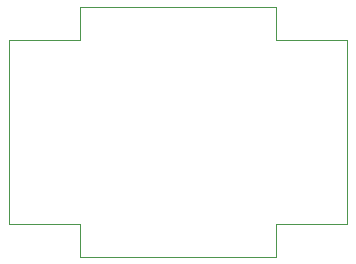
<source format=gbr>
%TF.GenerationSoftware,KiCad,Pcbnew,6.0.7-f9a2dced07~116~ubuntu20.04.1*%
%TF.CreationDate,2022-09-24T19:15:38+02:00*%
%TF.ProjectId,SRRReceiver,53525252-6563-4656-9976-65722e6b6963,rev?*%
%TF.SameCoordinates,Original*%
%TF.FileFunction,Profile,NP*%
%FSLAX46Y46*%
G04 Gerber Fmt 4.6, Leading zero omitted, Abs format (unit mm)*
G04 Created by KiCad (PCBNEW 6.0.7-f9a2dced07~116~ubuntu20.04.1) date 2022-09-24 19:15:38*
%MOMM*%
%LPD*%
G01*
G04 APERTURE LIST*
%TA.AperFunction,Profile*%
%ADD10C,0.100000*%
%TD*%
G04 APERTURE END LIST*
D10*
X132600000Y-99800000D02*
X132600000Y-97000000D01*
X138600000Y-81400000D02*
X132600000Y-81400000D01*
X116000000Y-99800000D02*
X132600000Y-99800000D01*
X132600000Y-97000000D02*
X138600000Y-97000000D01*
X138600000Y-97000000D02*
X138600000Y-81400000D01*
X132600000Y-81400000D02*
X132600000Y-78600000D01*
X110000000Y-97000000D02*
X116000000Y-97000000D01*
X116000000Y-78600000D02*
X116000000Y-81400000D01*
X116000000Y-97000000D02*
X116000000Y-99800000D01*
X132600000Y-78600000D02*
X116000000Y-78600000D01*
X110000000Y-81400000D02*
X110000000Y-97000000D01*
X116000000Y-81400000D02*
X110000000Y-81400000D01*
M02*

</source>
